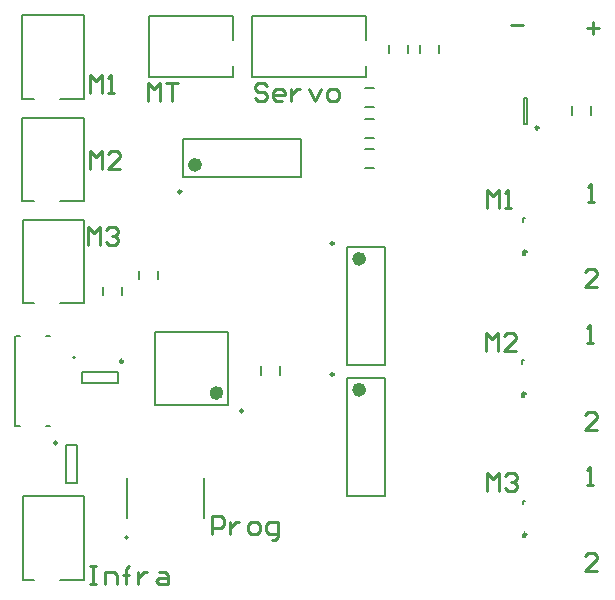
<source format=gbr>
%TF.GenerationSoftware,Altium Limited,Altium Designer,22.9.1 (49)*%
G04 Layer_Color=65535*
%FSLAX45Y45*%
%MOMM*%
%TF.SameCoordinates,EA90029D-DDF1-4691-B258-B80E594B725E*%
%TF.FilePolarity,Positive*%
%TF.FileFunction,Legend,Top*%
%TF.Part,Single*%
G01*
G75*
%TA.AperFunction,NonConductor*%
%ADD54C,0.25000*%
%ADD55C,0.20000*%
%ADD56C,0.25400*%
%ADD70C,0.60000*%
%ADD71C,0.12700*%
%ADD72C,0.15000*%
D54*
X8834575Y7985000D02*
G03*
X8834575Y7985000I-12500J0D01*
G01*
X5315424Y6007500D02*
G03*
X5315424Y6007500I-12500J0D01*
G01*
X6332499Y5587500D02*
G03*
X6332499Y5587500I-12500J0D01*
G01*
X7100000Y5897077D02*
G03*
X7100000Y5897077I-12500J0D01*
G01*
X8732100Y6934415D02*
G03*
X8732100Y6934415I-12500J0D01*
G01*
X8723980Y5732273D02*
G03*
X8723980Y5732273I-12500J0D01*
G01*
X8731063Y4543725D02*
G03*
X8731063Y4543725I-12500J0D01*
G01*
X7099998Y7005001D02*
G03*
X7099998Y7005001I-12500J0D01*
G01*
X5808000Y7443649D02*
G03*
X5808000Y7443649I-12500J0D01*
G01*
X4757580Y5316490D02*
G03*
X4757580Y5316490I-12500J0D01*
G01*
D55*
X4910000Y6040000D02*
G03*
X4910000Y6040000I-10000J0D01*
G01*
X5356000Y4516500D02*
G03*
X5356000Y4516500I-10000J0D01*
G01*
X9120430Y8096917D02*
Y8166914D01*
X9280430Y8096917D02*
Y8166914D01*
X8714374Y8239997D02*
X8739774D01*
X8714374Y8019998D02*
X8739774D01*
X8714374D02*
Y8239997D01*
X8739774Y8019998D02*
Y8239997D01*
X5450000Y6704999D02*
Y6774996D01*
X5610000Y6704999D02*
Y6774996D01*
X4972924Y5827499D02*
X5272923D01*
X4972924Y5917501D02*
X5272923D01*
X4972924Y5827499D02*
Y5917501D01*
X5272923Y5827499D02*
Y5917501D01*
X5587502Y6259999D02*
X6207500D01*
X5587502Y5640000D02*
X6207500D01*
X5587502D02*
Y6259999D01*
X6207500Y5640000D02*
Y6259999D01*
X7215001Y4867575D02*
X7535000D01*
X7215001Y5867573D02*
X7535000D01*
Y4867575D02*
Y5867573D01*
X7215001Y4867575D02*
Y5867573D01*
X5310000Y6570426D02*
Y6640426D01*
X5150000Y6570426D02*
Y6640426D01*
X7830424Y8614999D02*
Y8685002D01*
X7990423Y8614999D02*
Y8685002D01*
X7367875Y7902148D02*
X7437877D01*
X7367875Y8062148D02*
X7437877D01*
X7214998Y5975501D02*
Y6975499D01*
X7534997Y5975501D02*
Y6975499D01*
X7214998D02*
X7534997D01*
X7214998Y5975501D02*
X7534997D01*
X5824997Y7571146D02*
X6825000D01*
X5824997Y7891145D02*
X6825000D01*
X5824997Y7571146D02*
Y7891145D01*
X6825000Y7571146D02*
Y7891145D01*
X6001000Y4678499D02*
Y5021501D01*
X5349002Y4678499D02*
Y5021501D01*
X4835078Y4976492D02*
X4925080D01*
X4835078Y5296492D02*
X4925080D01*
Y4976492D02*
Y5296492D01*
X4835078Y4976492D02*
Y5296492D01*
X6482929Y5895004D02*
Y5965001D01*
X6642929Y5895004D02*
Y5965001D01*
X7367875Y7641722D02*
X7437877D01*
X7367875Y7801722D02*
X7437877D01*
X7570003Y8614999D02*
Y8685002D01*
X7730002Y8614999D02*
Y8685002D01*
X7367875Y8162574D02*
X7437877D01*
X7367875Y8322574D02*
X7437877D01*
D56*
X6065400Y4546183D02*
Y4698534D01*
X6141575D01*
X6166967Y4673142D01*
Y4622359D01*
X6141575Y4596967D01*
X6065400D01*
X6217751Y4647751D02*
Y4546183D01*
Y4596967D01*
X6243143Y4622359D01*
X6268534Y4647751D01*
X6293926D01*
X6395493Y4546183D02*
X6446277D01*
X6471669Y4571575D01*
Y4622359D01*
X6446277Y4647751D01*
X6395493D01*
X6370102Y4622359D01*
Y4571575D01*
X6395493Y4546183D01*
X6573236Y4495400D02*
X6598628D01*
X6624020Y4520792D01*
Y4647751D01*
X6547844D01*
X6522452Y4622359D01*
Y4571575D01*
X6547844Y4546183D01*
X6624020D01*
X9329467Y6635400D02*
X9227900D01*
X9329467Y6736967D01*
Y6762359D01*
X9304075Y6787751D01*
X9253292D01*
X9227900Y6762359D01*
X9326967Y5425400D02*
X9225400D01*
X9326967Y5526967D01*
Y5552359D01*
X9301575Y5577751D01*
X9250792D01*
X9225400Y5552359D01*
X9329467Y4235400D02*
X9227900D01*
X9329467Y4336967D01*
Y4362359D01*
X9304075Y4387751D01*
X9253292D01*
X9227900Y4362359D01*
X9242900Y4962900D02*
X9293683D01*
X9268292D01*
Y5115251D01*
X9242900Y5089859D01*
X9245400Y6160400D02*
X9296184D01*
X9270792D01*
Y6312751D01*
X9245400Y6287359D01*
X9250400Y7357900D02*
X9301184D01*
X9275792D01*
Y7510251D01*
X9250400Y7484859D01*
X8597702Y8853200D02*
X8699269D01*
X5032900Y4272751D02*
X5083684D01*
X5058292D01*
Y4120400D01*
X5032900D01*
X5083684D01*
X5159859D02*
Y4221967D01*
X5236034D01*
X5261426Y4196575D01*
Y4120400D01*
X5337601D02*
Y4247359D01*
Y4196575D01*
X5312210D01*
X5362993D01*
X5337601D01*
Y4247359D01*
X5362993Y4272751D01*
X5439168Y4221967D02*
Y4120400D01*
Y4171183D01*
X5464560Y4196575D01*
X5489952Y4221967D01*
X5515344D01*
X5616911D02*
X5667695D01*
X5693086Y4196575D01*
Y4120400D01*
X5616911D01*
X5591519Y4145792D01*
X5616911Y4171183D01*
X5693086D01*
X5527900Y8212900D02*
Y8365251D01*
X5578684Y8314467D01*
X5629467Y8365251D01*
Y8212900D01*
X5680251Y8365251D02*
X5781818D01*
X5731034D01*
Y8212900D01*
X6534467Y8342359D02*
X6509075Y8367751D01*
X6458292D01*
X6432900Y8342359D01*
Y8316967D01*
X6458292Y8291575D01*
X6509075D01*
X6534467Y8266183D01*
Y8240792D01*
X6509075Y8215400D01*
X6458292D01*
X6432900Y8240792D01*
X6661426Y8215400D02*
X6610643D01*
X6585251Y8240792D01*
Y8291575D01*
X6610643Y8316967D01*
X6661426D01*
X6686818Y8291575D01*
Y8266183D01*
X6585251D01*
X6737601Y8316967D02*
Y8215400D01*
Y8266183D01*
X6762993Y8291575D01*
X6788385Y8316967D01*
X6813777D01*
X6889952D02*
X6940736Y8215400D01*
X6991519Y8316967D01*
X7067695Y8215400D02*
X7118478D01*
X7143870Y8240792D01*
Y8291575D01*
X7118478Y8316967D01*
X7067695D01*
X7042303Y8291575D01*
Y8240792D01*
X7067695Y8215400D01*
X5020400Y6992900D02*
Y7145251D01*
X5071183Y7094467D01*
X5121967Y7145251D01*
Y6992900D01*
X5172751Y7119859D02*
X5198143Y7145251D01*
X5248926D01*
X5274318Y7119859D01*
Y7094467D01*
X5248926Y7069076D01*
X5223534D01*
X5248926D01*
X5274318Y7043684D01*
Y7018292D01*
X5248926Y6992900D01*
X5198143D01*
X5172751Y7018292D01*
X5032900Y7635400D02*
Y7787751D01*
X5083684Y7736967D01*
X5134467Y7787751D01*
Y7635400D01*
X5286818D02*
X5185251D01*
X5286818Y7736967D01*
Y7762359D01*
X5261426Y7787751D01*
X5210643D01*
X5185251Y7762359D01*
X5037900Y8280400D02*
Y8432751D01*
X5088683Y8381967D01*
X5139467Y8432751D01*
Y8280400D01*
X5190251D02*
X5241034D01*
X5215643D01*
Y8432751D01*
X5190251Y8407359D01*
X8391633Y6098899D02*
Y6251250D01*
X8442417Y6200466D01*
X8493200Y6251250D01*
Y6098899D01*
X8645551D02*
X8543984D01*
X8645551Y6200466D01*
Y6225858D01*
X8620159Y6251250D01*
X8569376D01*
X8543984Y6225858D01*
X8397900Y4907900D02*
Y5060251D01*
X8448683Y5009467D01*
X8499467Y5060251D01*
Y4907900D01*
X8550251Y5034859D02*
X8575642Y5060251D01*
X8626426D01*
X8651818Y5034859D01*
Y5009467D01*
X8626426Y4984075D01*
X8601034D01*
X8626426D01*
X8651818Y4958684D01*
Y4933292D01*
X8626426Y4907900D01*
X8575642D01*
X8550251Y4933292D01*
X8399748Y7309714D02*
Y7462065D01*
X8450531Y7411281D01*
X8501315Y7462065D01*
Y7309714D01*
X8552099D02*
X8602882D01*
X8577491D01*
Y7462065D01*
X8552099Y7436673D01*
X9247900Y8833683D02*
X9349467D01*
X9298683Y8884467D02*
Y8782900D01*
D70*
X6137499Y5740000D02*
G03*
X6137499Y5740000I-30000J0D01*
G01*
X7345000Y5767577D02*
G03*
X7345000Y5767577I-30000J0D01*
G01*
X7344998Y6875501D02*
G03*
X7344998Y6875501I-30000J0D01*
G01*
X5955000Y7671149D02*
G03*
X5955000Y7671149I-30000J0D01*
G01*
D71*
X4405000Y5460000D02*
Y6220000D01*
X4660000D02*
X4700000D01*
X4660000Y5460000D02*
X4700000D01*
X4410000Y6220000D02*
X4440000D01*
X4410000Y5460000D02*
X4440000D01*
X4780000Y8231502D02*
X4983000D01*
X4463000D02*
X4560001D01*
X4463000D02*
Y8938502D01*
X4983000D01*
Y8231502D02*
Y8938502D01*
X5537501Y8933002D02*
X6244501D01*
X5537501Y8413002D02*
Y8933002D01*
Y8413002D02*
X6244501D01*
Y8510002D01*
Y8730002D02*
Y8933002D01*
X4986997Y4158500D02*
Y4865500D01*
X4466997D02*
X4986997D01*
X4466997Y4158500D02*
Y4865500D01*
Y4158500D02*
X4563997D01*
X4783997D02*
X4986997D01*
X7377500Y8729999D02*
Y8932999D01*
Y8412999D02*
Y8509999D01*
X6407500Y8412999D02*
X7377500D01*
X6407500D02*
Y8932999D01*
X7377500D01*
X4983001Y7361777D02*
Y8068777D01*
X4463001D02*
X4983001D01*
X4463001Y7361777D02*
Y8068777D01*
Y7361777D02*
X4560001D01*
X4780001D02*
X4983001D01*
X4987004Y6498052D02*
Y7205052D01*
X4467004D02*
X4987004D01*
X4467004Y6498052D02*
Y7205052D01*
Y6498052D02*
X4564004D01*
X4784004D02*
X4987004D01*
D72*
X8699601Y6909415D02*
X8717102D01*
X8699601Y7219412D02*
X8717102D01*
X8699601Y7189415D02*
Y7219412D01*
Y6909415D02*
Y6939413D01*
X8691484Y5707273D02*
Y5737276D01*
Y5987273D02*
Y6017275D01*
X8708984D01*
X8691484Y5707273D02*
X8708984D01*
X8698565Y4518725D02*
Y4548727D01*
Y4798724D02*
Y4828727D01*
X8716066D01*
X8698565Y4518725D02*
X8716066D01*
%TF.MD5,85d41154e41179318976569de40d7f05*%
M02*

</source>
